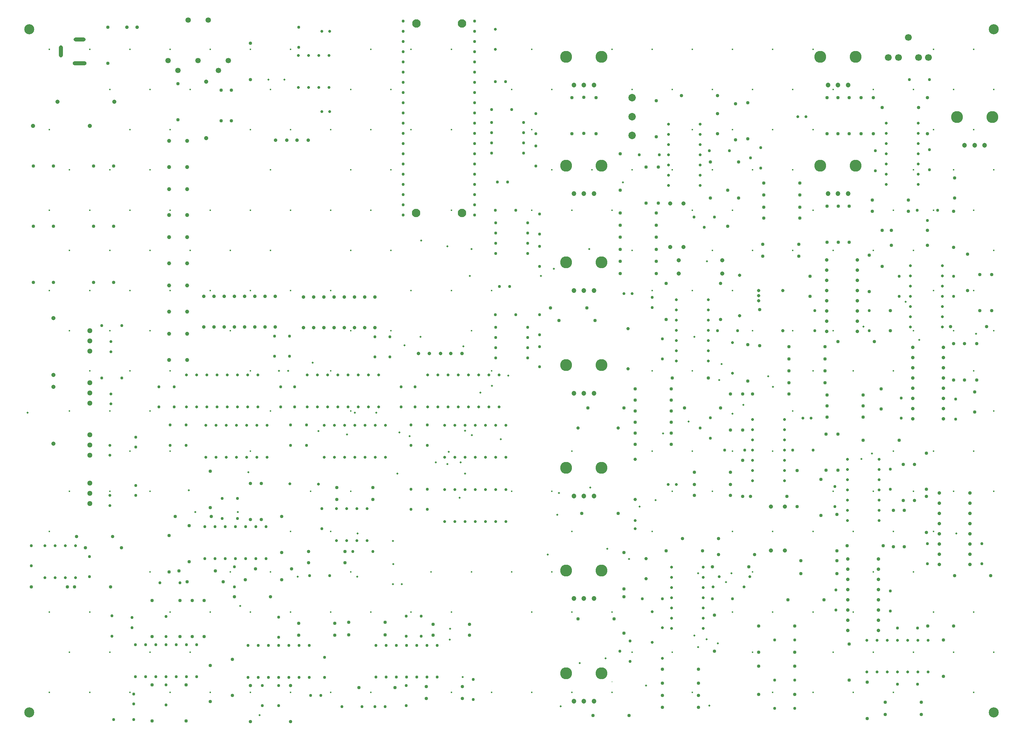
<source format=gbr>
%TF.GenerationSoftware,Altium Limited,Altium Designer,24.5.1 (21)*%
G04 Layer_Color=0*
%FSLAX45Y45*%
%MOMM*%
%TF.SameCoordinates,8E29BE87-1CC9-43BB-A625-A17C5A0C5C18*%
%TF.FilePolarity,Positive*%
%TF.FileFunction,Plated,1,2,PTH,Drill*%
%TF.Part,Single*%
G01*
G75*
%TA.AperFunction,ComponentDrill*%
%ADD128C,1.20000*%
%ADD129C,2.50000*%
%ADD130C,0.90000*%
%ADD131C,1.05000*%
%ADD132C,0.85000*%
%ADD133C,0.91440*%
%ADD134C,0.75000*%
%ADD135C,0.73000*%
%ADD136C,2.97320*%
%ADD137C,0.73000*%
%ADD138C,0.75000*%
%ADD139C,0.70000*%
%ADD140C,0.85000*%
%ADD141C,0.80000*%
%ADD142C,0.70000*%
%ADD143C,1.85420*%
%ADD144C,0.75900*%
%ADD145C,0.76200*%
%ADD146C,2.10000*%
%ADD147C,1.29000*%
%ADD148O,1.00000X3.00000*%
%ADD149O,3.00000X1.00000*%
%ADD150O,3.50000X1.00000*%
%ADD151C,1.05000*%
%ADD152C,1.35000*%
%ADD153C,0.99000*%
%ADD154C,0.90000*%
%ADD155C,0.76000*%
%ADD156C,0.80000*%
%ADD157C,1.70000*%
%TA.AperFunction,ViaDrill,NotFilled*%
%ADD158C,0.40000*%
%ADD159C,0.50000*%
%ADD160C,0.71120*%
%ADD161C,0.30000*%
D128*
X20875000Y16114999D02*
D03*
X20624998D02*
D03*
X20375002D02*
D03*
X14050000Y13408334D02*
D03*
X14300002D02*
D03*
X14549998D02*
D03*
X14050000Y16114999D02*
D03*
X14300002D02*
D03*
X14549998D02*
D03*
X14050000Y11001665D02*
D03*
X14300002D02*
D03*
X14549998D02*
D03*
X14050000Y8445002D02*
D03*
X14300002D02*
D03*
X14549998D02*
D03*
X14050000Y5888335D02*
D03*
X14300002D02*
D03*
X14549998D02*
D03*
X14050000Y3331667D02*
D03*
X14300002D02*
D03*
X14549998D02*
D03*
X14050000Y775000D02*
D03*
X14300002D02*
D03*
X14549998D02*
D03*
X20375002Y13408334D02*
D03*
X20624998D02*
D03*
X20875000D02*
D03*
X23774998Y14614996D02*
D03*
X24025002D02*
D03*
X24274998D02*
D03*
D129*
X24500002Y499999D02*
D03*
Y17500002D02*
D03*
X499999Y499999D02*
D03*
Y17500002D02*
D03*
D130*
X7316998Y10075001D02*
D03*
X7570998D02*
D03*
X7824998D02*
D03*
X8078998D02*
D03*
X8332998D02*
D03*
X8586998D02*
D03*
X8840998D02*
D03*
X9094998D02*
D03*
X7316998Y10837001D02*
D03*
X7570998D02*
D03*
X7824998D02*
D03*
X8078998D02*
D03*
X8332998D02*
D03*
X8586998D02*
D03*
X8840998D02*
D03*
X9094998D02*
D03*
X4836003Y10094001D02*
D03*
X5090003D02*
D03*
X5344003D02*
D03*
X5598003D02*
D03*
X5852003D02*
D03*
X6106003D02*
D03*
X6360003D02*
D03*
X6614003D02*
D03*
X4836003Y10856001D02*
D03*
X5090003D02*
D03*
X5344003D02*
D03*
X5598003D02*
D03*
X5852003D02*
D03*
X6106003D02*
D03*
X6360003D02*
D03*
X6614003D02*
D03*
D131*
X1099998Y8899997D02*
D03*
Y10309997D02*
D03*
X19300002Y4531203D02*
D03*
Y5618800D02*
D03*
X18950000D02*
D03*
Y4531203D02*
D03*
X1099998Y8599998D02*
D03*
Y7189998D02*
D03*
X4900000Y16199998D02*
D03*
Y14789998D02*
D03*
X16774998Y12081200D02*
D03*
Y13168803D02*
D03*
X16450000D02*
D03*
Y12081200D02*
D03*
D132*
X18750002Y12149999D02*
D03*
X19649998D02*
D03*
X18750002Y11849999D02*
D03*
X19649998D02*
D03*
X17500002Y4125001D02*
D03*
X18399998D02*
D03*
X19400002Y8699998D02*
D03*
X20300000D02*
D03*
X19400002Y9000002D02*
D03*
X20300000D02*
D03*
Y9300002D02*
D03*
X19400002D02*
D03*
Y9600001D02*
D03*
X20300000D02*
D03*
X19349998Y5875000D02*
D03*
X18450002D02*
D03*
X17700000Y8075000D02*
D03*
X16800002D02*
D03*
X4425000Y3750000D02*
D03*
X5324998D02*
D03*
X6774998Y3800003D02*
D03*
X5875000D02*
D03*
X4125001Y5375001D02*
D03*
X5024999D02*
D03*
X9050000Y5799999D02*
D03*
X8150001D02*
D03*
Y6100003D02*
D03*
X9050000D02*
D03*
X7449998Y4500001D02*
D03*
X8350001D02*
D03*
X5124999Y4025001D02*
D03*
X4225000D02*
D03*
X6125002Y4074998D02*
D03*
X7025000D02*
D03*
X8350001Y4225000D02*
D03*
X7449998D02*
D03*
X5599999Y3375000D02*
D03*
X6500002D02*
D03*
X7200001Y2420000D02*
D03*
X8099999D02*
D03*
X11450000D02*
D03*
X10550002D02*
D03*
Y2695001D02*
D03*
X11450000D02*
D03*
X9349999Y2740000D02*
D03*
X8450001D02*
D03*
Y2429998D02*
D03*
X9349999D02*
D03*
X8099999Y2720000D02*
D03*
X7200001D02*
D03*
X8700003Y1119998D02*
D03*
X9600001D02*
D03*
X10375001Y845002D02*
D03*
X11274999D02*
D03*
Y1145002D02*
D03*
X10375001D02*
D03*
X1099998Y14100002D02*
D03*
X599999D02*
D03*
X2100001D02*
D03*
X2600000D02*
D03*
X1099998Y12600000D02*
D03*
X599999D02*
D03*
X2100001D02*
D03*
X2600000D02*
D03*
X1099998Y11199998D02*
D03*
X599999D02*
D03*
X2100001D02*
D03*
X2600000D02*
D03*
X15575002Y8550001D02*
D03*
X16474998D02*
D03*
X15575002Y8275000D02*
D03*
X16474998D02*
D03*
X15575002Y7999999D02*
D03*
X16474998D02*
D03*
Y7724999D02*
D03*
X15575002D02*
D03*
X16725002Y15850002D02*
D03*
X17624998D02*
D03*
X15575002Y7450003D02*
D03*
X16474998D02*
D03*
Y7175002D02*
D03*
X15575002D02*
D03*
X17400002Y8825001D02*
D03*
X16499997D02*
D03*
X16100003Y12924998D02*
D03*
X15200000D02*
D03*
X16100003Y12624999D02*
D03*
X15200000D02*
D03*
X16100003Y12324999D02*
D03*
X15200000D02*
D03*
X16100003Y12025000D02*
D03*
X15200000D02*
D03*
X16100003Y11725001D02*
D03*
X15200000D02*
D03*
X16100003Y11425001D02*
D03*
X15200000D02*
D03*
X18499998Y8425002D02*
D03*
X19400002D02*
D03*
X14370000Y10570002D02*
D03*
X13470001D02*
D03*
X544998Y3625002D02*
D03*
X1445001D02*
D03*
X2520000D02*
D03*
X1620002D02*
D03*
X17049998Y6474998D02*
D03*
X17950002D02*
D03*
X2569997Y4875002D02*
D03*
X1669999D02*
D03*
X2795001Y4600001D02*
D03*
X1894997D02*
D03*
X13679997Y10250002D02*
D03*
X14580000D02*
D03*
X17049998Y6174999D02*
D03*
X17950002D02*
D03*
X17049998Y5899998D02*
D03*
X17950002D02*
D03*
X18550002Y4425000D02*
D03*
X17649998D02*
D03*
X17650003Y4824999D02*
D03*
X16750000D02*
D03*
X16350000Y4525000D02*
D03*
X17249998D02*
D03*
X14400002Y8075000D02*
D03*
X15300000D02*
D03*
X16250002Y1225001D02*
D03*
X17149998D02*
D03*
X14249998Y5450002D02*
D03*
X15150003D02*
D03*
X16250002Y1574998D02*
D03*
X17149998D02*
D03*
X16250002Y925002D02*
D03*
X17149998D02*
D03*
X16250002Y625003D02*
D03*
X17149998D02*
D03*
X14150000Y2824998D02*
D03*
X15049998D02*
D03*
X14525000Y425003D02*
D03*
X15424998D02*
D03*
X20624998Y9725000D02*
D03*
X21525002D02*
D03*
X24325002Y10100000D02*
D03*
X23424998D02*
D03*
X20349997Y7850002D02*
D03*
X21250002D02*
D03*
X20349997Y8399998D02*
D03*
X21250002D02*
D03*
Y7275002D02*
D03*
X22149998D02*
D03*
X20349997Y8124998D02*
D03*
X21250002D02*
D03*
X21725002Y15550002D02*
D03*
X22624998D02*
D03*
X19675003Y13674998D02*
D03*
X18774998D02*
D03*
X19675003Y13375000D02*
D03*
X18774998D02*
D03*
X19700002Y4274998D02*
D03*
X20599998D02*
D03*
X19675003Y13075002D02*
D03*
X18774998D02*
D03*
X21750000Y4649998D02*
D03*
X20850002D02*
D03*
X19700002Y3950000D02*
D03*
X20599998D02*
D03*
X19675003Y12800000D02*
D03*
X18774998D02*
D03*
X21949998Y12125000D02*
D03*
X22850003D02*
D03*
X19374998Y3299998D02*
D03*
X20275002D02*
D03*
X21474998Y13250002D02*
D03*
X22375002D02*
D03*
Y12975002D02*
D03*
X21474998D02*
D03*
X22850003Y12500000D02*
D03*
X21949998D02*
D03*
X19549998Y2650002D02*
D03*
X18650002D02*
D03*
X24425002Y3900002D02*
D03*
X23525002D02*
D03*
X19549998Y2000001D02*
D03*
X18650002D02*
D03*
X19549998Y1649999D02*
D03*
X18650002D02*
D03*
X19549998Y950001D02*
D03*
X18650002D02*
D03*
X21800002Y450002D02*
D03*
X22700000D02*
D03*
X21800002Y750001D02*
D03*
X22700000D02*
D03*
X23499998Y2649997D02*
D03*
X22860001D02*
D03*
D133*
X11265002Y9434998D02*
D03*
X10985602Y9434982D02*
D03*
X10731602D02*
D03*
X10452202D02*
D03*
X10185502D02*
D03*
X6626850Y14743288D02*
D03*
X6906250Y14743303D02*
D03*
X7160250D02*
D03*
X7439650D02*
D03*
D134*
X22100002Y1199998D02*
D03*
X22600002D02*
D03*
X2300000Y10124999D02*
D03*
X2799999D02*
D03*
X18000000Y3325002D02*
D03*
X17500002D02*
D03*
X16250002D02*
D03*
X15750002D02*
D03*
X20000002Y7025000D02*
D03*
X19500002D02*
D03*
X18299998D02*
D03*
X17800000D02*
D03*
X17624998Y10000000D02*
D03*
X18124998D02*
D03*
X7975001Y3900002D02*
D03*
X7475002D02*
D03*
X9050000Y4500001D02*
D03*
X8550001D02*
D03*
X4249999Y3725001D02*
D03*
X3750000D02*
D03*
X9100002Y645003D02*
D03*
X9349999D02*
D03*
X8275000D02*
D03*
X8774999D02*
D03*
X2600000Y319999D02*
D03*
X3099999D02*
D03*
X7750002Y919998D02*
D03*
X7500000D02*
D03*
X2799999Y8825001D02*
D03*
X2300000D02*
D03*
X12349998Y16199998D02*
D03*
X12100001D02*
D03*
Y10400000D02*
D03*
X12600000D02*
D03*
X12100001Y12999998D02*
D03*
X12600000D02*
D03*
X12400001Y13699998D02*
D03*
X12149999D02*
D03*
X12000001Y15499998D02*
D03*
X12500000D02*
D03*
X12449998Y11099998D02*
D03*
X12200001D02*
D03*
X17424998Y14475003D02*
D03*
X17924998D02*
D03*
X15675000Y14375003D02*
D03*
X16174998D02*
D03*
X17549998Y12824998D02*
D03*
X17295998Y12570998D02*
D03*
X17041998Y12824998D02*
D03*
X23104002Y12996500D02*
D03*
X22850003Y12742499D02*
D03*
X22596004Y12996500D02*
D03*
X19050000Y2300000D02*
D03*
X19549998D02*
D03*
X22100002Y2600000D02*
D03*
X22600002D02*
D03*
X19050000Y1300002D02*
D03*
X19549998D02*
D03*
X19050000Y599999D02*
D03*
X19549998D02*
D03*
X22400002Y16250002D02*
D03*
X22900000D02*
D03*
D135*
X4888001Y7647000D02*
D03*
X5142001D02*
D03*
X5396001D02*
D03*
X5650001D02*
D03*
X5904001D02*
D03*
X6158001D02*
D03*
X6412001D02*
D03*
Y6853001D02*
D03*
X6158001D02*
D03*
X5904001D02*
D03*
X5650001D02*
D03*
X5396001D02*
D03*
X5142001D02*
D03*
X4888001D02*
D03*
X8144002Y5572003D02*
D03*
X8398002D02*
D03*
X8652002D02*
D03*
X8906002D02*
D03*
Y4777999D02*
D03*
X8652002D02*
D03*
X8398002D02*
D03*
X8144002D02*
D03*
X10838002Y6046998D02*
D03*
X11092002D02*
D03*
X11346002D02*
D03*
X11600002D02*
D03*
X11854002D02*
D03*
X12108002D02*
D03*
X12362002D02*
D03*
Y5252999D02*
D03*
X12108002D02*
D03*
X11854002D02*
D03*
X11600002D02*
D03*
X11346002D02*
D03*
X11092002D02*
D03*
X10838002D02*
D03*
X10410998Y8103001D02*
D03*
X10664998D02*
D03*
X10918998D02*
D03*
X11172998D02*
D03*
X11426998D02*
D03*
X11680998D02*
D03*
X11934998D02*
D03*
X12188998D02*
D03*
Y8897000D02*
D03*
X11934998D02*
D03*
X11680998D02*
D03*
X11426998D02*
D03*
X11172998D02*
D03*
X10918998D02*
D03*
X10664998D02*
D03*
X10410998D02*
D03*
X4411000Y8103001D02*
D03*
X4665000D02*
D03*
X4919000D02*
D03*
X5173000D02*
D03*
X5427000D02*
D03*
X5681000D02*
D03*
X5935000D02*
D03*
X6189000D02*
D03*
Y8897000D02*
D03*
X5935000D02*
D03*
X5681000D02*
D03*
X5427000D02*
D03*
X5173000D02*
D03*
X4919000D02*
D03*
X4665000D02*
D03*
X4411000D02*
D03*
X7194001Y16052998D02*
D03*
X7448001D02*
D03*
X7702001D02*
D03*
X7956001D02*
D03*
Y16847002D02*
D03*
X7702001D02*
D03*
X7448001D02*
D03*
X7194001D02*
D03*
X7410999Y8103001D02*
D03*
X7664999D02*
D03*
X7918999D02*
D03*
X8172999D02*
D03*
X8426999D02*
D03*
X8680999D02*
D03*
X8934999D02*
D03*
X9188999D02*
D03*
Y8897000D02*
D03*
X8934999D02*
D03*
X8680999D02*
D03*
X8426999D02*
D03*
X8172999D02*
D03*
X7918999D02*
D03*
X7664999D02*
D03*
X7410999D02*
D03*
X889000Y3853002D02*
D03*
X1143000D02*
D03*
X1397000D02*
D03*
X1651000D02*
D03*
Y4647001D02*
D03*
X1397000D02*
D03*
X1143000D02*
D03*
X889000D02*
D03*
X21338002Y1502999D02*
D03*
X21592001D02*
D03*
X21846002D02*
D03*
X22100002D02*
D03*
X22354002D02*
D03*
X22608002D02*
D03*
X22862003D02*
D03*
Y2296998D02*
D03*
X22608002D02*
D03*
X22354002D02*
D03*
X22100002D02*
D03*
X21846002D02*
D03*
X21592001D02*
D03*
X21338002D02*
D03*
X7837998Y6853001D02*
D03*
X8091998D02*
D03*
X8345998D02*
D03*
X8599998D02*
D03*
X8853998D02*
D03*
X9107998D02*
D03*
X9361998D02*
D03*
Y7647000D02*
D03*
X9107998D02*
D03*
X8853998D02*
D03*
X8599998D02*
D03*
X8345998D02*
D03*
X8091998D02*
D03*
X7837998D02*
D03*
X10838002Y6853001D02*
D03*
X11092002D02*
D03*
X11346002D02*
D03*
X11600002D02*
D03*
X11854002D02*
D03*
X12108002D02*
D03*
X12362002D02*
D03*
Y7647000D02*
D03*
X12108002D02*
D03*
X11854002D02*
D03*
X11600002D02*
D03*
X11346002D02*
D03*
X11092002D02*
D03*
X10838002D02*
D03*
D136*
X21065002Y16814998D02*
D03*
X20184999D02*
D03*
X13859998Y14108333D02*
D03*
X14740001D02*
D03*
X13859998Y16814998D02*
D03*
X14740001D02*
D03*
X13859998Y11701668D02*
D03*
X14740001D02*
D03*
X13859998Y9145001D02*
D03*
X14740001D02*
D03*
X13859998Y6588333D02*
D03*
X14740001D02*
D03*
X13859998Y4031666D02*
D03*
X14740001D02*
D03*
X13859998Y1474998D02*
D03*
X14740001D02*
D03*
X20184999Y14108333D02*
D03*
X21065002D02*
D03*
X23585002Y15315001D02*
D03*
X24465001D02*
D03*
D137*
X22622002Y15162003D02*
D03*
Y14908002D02*
D03*
Y14654002D02*
D03*
Y14400002D02*
D03*
Y14146002D02*
D03*
Y13892001D02*
D03*
Y13638002D02*
D03*
X21828003D02*
D03*
Y13892001D02*
D03*
Y14146002D02*
D03*
Y14400002D02*
D03*
Y14654002D02*
D03*
Y14908002D02*
D03*
Y15162003D02*
D03*
X17272000Y4112001D02*
D03*
Y3858001D02*
D03*
Y3604001D02*
D03*
Y3350001D02*
D03*
Y3096001D02*
D03*
Y2842001D02*
D03*
Y2588001D02*
D03*
X16478001D02*
D03*
Y2842001D02*
D03*
Y3096001D02*
D03*
Y3350001D02*
D03*
Y3604001D02*
D03*
Y3858001D02*
D03*
Y4112001D02*
D03*
X19293997Y7787000D02*
D03*
Y7533000D02*
D03*
Y7279000D02*
D03*
Y7025000D02*
D03*
Y6771000D02*
D03*
Y6517000D02*
D03*
Y6263000D02*
D03*
X18499998D02*
D03*
Y6517000D02*
D03*
Y6771000D02*
D03*
Y7025000D02*
D03*
Y7279000D02*
D03*
Y7533000D02*
D03*
Y7787000D02*
D03*
X16603000Y9246001D02*
D03*
Y9500001D02*
D03*
Y9754001D02*
D03*
Y10008001D02*
D03*
Y10262001D02*
D03*
Y10516001D02*
D03*
Y10770001D02*
D03*
X17396999D02*
D03*
Y10516001D02*
D03*
Y10262001D02*
D03*
Y10008001D02*
D03*
Y9754001D02*
D03*
Y9500001D02*
D03*
Y9246001D02*
D03*
X16403000Y15137003D02*
D03*
Y14883003D02*
D03*
Y14629002D02*
D03*
Y14375003D02*
D03*
Y14121004D02*
D03*
Y13867003D02*
D03*
Y13613004D02*
D03*
X17196999D02*
D03*
Y13867003D02*
D03*
Y14121004D02*
D03*
Y14375003D02*
D03*
Y14629002D02*
D03*
Y14883003D02*
D03*
Y15137003D02*
D03*
X22428001Y11612001D02*
D03*
Y11358001D02*
D03*
Y11104001D02*
D03*
Y10850001D02*
D03*
Y10596001D02*
D03*
Y10342001D02*
D03*
Y10088001D02*
D03*
X23222002D02*
D03*
Y10342001D02*
D03*
Y10596001D02*
D03*
Y10850001D02*
D03*
Y11104001D02*
D03*
Y11358001D02*
D03*
Y11612001D02*
D03*
X20856001Y6799001D02*
D03*
Y6545001D02*
D03*
Y6291001D02*
D03*
Y6037001D02*
D03*
Y5783001D02*
D03*
Y5529001D02*
D03*
Y5275001D02*
D03*
X21650000D02*
D03*
Y5529001D02*
D03*
Y5783001D02*
D03*
Y6037001D02*
D03*
Y6291001D02*
D03*
Y6545001D02*
D03*
Y6799001D02*
D03*
D138*
X22900000Y14000002D02*
D03*
Y14500002D02*
D03*
X21550000Y14474998D02*
D03*
Y13974998D02*
D03*
X17446498Y7829001D02*
D03*
X17192497Y7575001D02*
D03*
X17446498Y7321001D02*
D03*
X15999998Y10575000D02*
D03*
Y10825002D02*
D03*
X16250002Y9300002D02*
D03*
Y9800001D02*
D03*
X18696498Y14554002D02*
D03*
X18442497Y14300002D02*
D03*
X18696498Y14046002D02*
D03*
X5599999Y3625002D02*
D03*
Y4125001D02*
D03*
X5300000Y5324998D02*
D03*
Y5825002D02*
D03*
X5675000Y5324998D02*
D03*
Y5825002D02*
D03*
X7775001Y5075001D02*
D03*
Y5575000D02*
D03*
X2550003Y2400000D02*
D03*
Y2899999D02*
D03*
X7850002Y1869999D02*
D03*
Y1370000D02*
D03*
X6700002Y2369998D02*
D03*
Y2870002D02*
D03*
X9875002Y2395002D02*
D03*
Y2895001D02*
D03*
X10250002D02*
D03*
Y2395002D02*
D03*
X3900002Y2384999D02*
D03*
Y2884998D02*
D03*
X3050002Y2859999D02*
D03*
Y2610002D02*
D03*
X9875002Y1170000D02*
D03*
Y670001D02*
D03*
X11550000Y1320002D02*
D03*
Y819998D02*
D03*
X3099999Y710001D02*
D03*
Y959998D02*
D03*
X3900002Y1185001D02*
D03*
Y685002D02*
D03*
X6299998Y670001D02*
D03*
Y1170000D02*
D03*
X6700002D02*
D03*
Y670001D02*
D03*
X10000000Y6050001D02*
D03*
Y5550002D02*
D03*
X10400000D02*
D03*
Y6050001D02*
D03*
X10100000Y8099999D02*
D03*
Y8599998D02*
D03*
X9749998Y8099999D02*
D03*
Y8599998D02*
D03*
X3725001Y8099999D02*
D03*
Y8599998D02*
D03*
X4100002D02*
D03*
Y8099999D02*
D03*
X3150001Y7100001D02*
D03*
Y7349998D02*
D03*
Y5899998D02*
D03*
Y6150000D02*
D03*
X7200001Y17049998D02*
D03*
Y17549998D02*
D03*
X4000002Y7149998D02*
D03*
Y7649997D02*
D03*
X9100002Y9349999D02*
D03*
Y9849998D02*
D03*
X9475003D02*
D03*
Y9349999D02*
D03*
X6749999Y8099999D02*
D03*
Y8599998D02*
D03*
X13099998Y15400000D02*
D03*
Y14900002D02*
D03*
Y14600002D02*
D03*
Y14100002D02*
D03*
X13199998Y12900000D02*
D03*
Y12400001D02*
D03*
Y12100001D02*
D03*
Y11600002D02*
D03*
Y10400000D02*
D03*
Y9900001D02*
D03*
Y9600001D02*
D03*
Y9100002D02*
D03*
X7100001Y8099999D02*
D03*
Y8599998D02*
D03*
X6975003Y9862500D02*
D03*
Y9362501D02*
D03*
X6598427D02*
D03*
Y9862500D02*
D03*
X544998Y4149999D02*
D03*
Y4649998D02*
D03*
X1994997Y4375003D02*
D03*
Y3874999D02*
D03*
X15446503Y1771000D02*
D03*
X15192502Y2025000D02*
D03*
X15446503Y2279000D02*
D03*
X21399998Y10000000D02*
D03*
Y10499999D02*
D03*
X23550002Y7800000D02*
D03*
Y8299999D02*
D03*
X23499998Y10850001D02*
D03*
Y11350000D02*
D03*
X22149998D02*
D03*
Y10850001D02*
D03*
X20049998Y10000000D02*
D03*
Y10499999D02*
D03*
X22200002Y7824998D02*
D03*
Y8325002D02*
D03*
X21925002Y6050001D02*
D03*
Y6550000D02*
D03*
X20550002Y5624998D02*
D03*
Y6125002D02*
D03*
X21925002Y3525002D02*
D03*
Y3024998D02*
D03*
X20575002Y3550001D02*
D03*
Y3050002D02*
D03*
X24200002Y4200002D02*
D03*
Y4700001D02*
D03*
X22850003Y4200002D02*
D03*
Y4700001D02*
D03*
X4400001Y7649997D02*
D03*
Y7149998D02*
D03*
X7000001Y7649997D02*
D03*
Y7149998D02*
D03*
X7400000Y7649997D02*
D03*
Y7149998D02*
D03*
X10000000D02*
D03*
Y7649997D02*
D03*
X10400000D02*
D03*
Y7149998D02*
D03*
D139*
X18281299Y3625002D02*
D03*
X17518700D02*
D03*
X16399998Y6174999D02*
D03*
X16600002D02*
D03*
X7775001Y15450002D02*
D03*
X7975001D02*
D03*
Y17449998D02*
D03*
X7775001D02*
D03*
X15300000Y10925002D02*
D03*
X15499998D02*
D03*
X18431302Y3875004D02*
D03*
X17668703D02*
D03*
X19949998Y7824998D02*
D03*
X19749998D02*
D03*
X19825000Y15324998D02*
D03*
X19625000D02*
D03*
D140*
X17549998Y2025000D02*
D03*
Y2925003D02*
D03*
X18250002Y8425002D02*
D03*
Y7524999D02*
D03*
X17950002D02*
D03*
Y8425002D02*
D03*
X19609999Y6520002D02*
D03*
Y5619999D02*
D03*
X18250002Y5875000D02*
D03*
Y6775003D02*
D03*
X18674998Y9625000D02*
D03*
Y10525003D02*
D03*
X18375000Y9650004D02*
D03*
Y8750000D02*
D03*
X18150002Y14200002D02*
D03*
Y13299998D02*
D03*
X5999998Y5300000D02*
D03*
Y6199998D02*
D03*
X6274999D02*
D03*
Y5300000D02*
D03*
X5000000Y5599999D02*
D03*
Y6500002D02*
D03*
X6774998Y5375001D02*
D03*
Y4475002D02*
D03*
X3974998Y4900000D02*
D03*
Y4000002D02*
D03*
X4475002Y5150002D02*
D03*
Y4249999D02*
D03*
X5550002Y919998D02*
D03*
Y1820001D02*
D03*
X4849998Y3285002D02*
D03*
Y2384999D02*
D03*
X3550001Y3285002D02*
D03*
Y2384999D02*
D03*
X4549999D02*
D03*
Y3285002D02*
D03*
X4249999D02*
D03*
Y2384999D02*
D03*
X5000000Y1669999D02*
D03*
Y770001D02*
D03*
X3550001Y284998D02*
D03*
Y1185001D02*
D03*
X4400001D02*
D03*
Y284998D02*
D03*
X5999998Y1170000D02*
D03*
Y270002D02*
D03*
X7000001D02*
D03*
Y1170000D02*
D03*
X14000002Y15799998D02*
D03*
Y14900002D02*
D03*
X2449998Y16650000D02*
D03*
Y17549998D02*
D03*
X5272999Y15981000D02*
D03*
X5526999D02*
D03*
Y15218999D02*
D03*
X5272999D02*
D03*
X4200002Y16150002D02*
D03*
Y15250003D02*
D03*
X5999998Y16250002D02*
D03*
Y17149998D02*
D03*
X15200000Y13499998D02*
D03*
Y14400002D02*
D03*
X14600002Y15799998D02*
D03*
Y14900002D02*
D03*
X14300002Y15808543D02*
D03*
Y14908540D02*
D03*
X17624998Y14900002D02*
D03*
Y15400000D02*
D03*
X16099998Y15725003D02*
D03*
Y14825000D02*
D03*
X18075002Y15650002D02*
D03*
Y14749998D02*
D03*
X18375000Y14775002D02*
D03*
Y15675000D02*
D03*
X15850002Y14074998D02*
D03*
Y13175000D02*
D03*
X16350000Y11174999D02*
D03*
Y10275001D02*
D03*
X16150002Y13175000D02*
D03*
Y14074998D02*
D03*
X17449998Y14200002D02*
D03*
Y13299998D02*
D03*
X17700000Y10275001D02*
D03*
Y11174999D02*
D03*
X17875002Y12600000D02*
D03*
Y13499998D02*
D03*
X15300000Y3375000D02*
D03*
Y2475001D02*
D03*
Y4475002D02*
D03*
Y3574999D02*
D03*
X21399998Y10975000D02*
D03*
Y11874998D02*
D03*
X21725002Y11600002D02*
D03*
Y12500000D02*
D03*
X21925002Y10000000D02*
D03*
Y10499999D02*
D03*
X23850002Y11900002D02*
D03*
Y10999998D02*
D03*
X20630002Y12200001D02*
D03*
Y13099998D02*
D03*
X24150000Y10499999D02*
D03*
Y11400003D02*
D03*
X24449998Y10499999D02*
D03*
Y11400003D02*
D03*
X19925000Y11350000D02*
D03*
Y10850001D02*
D03*
X21700002Y8050002D02*
D03*
Y8550001D02*
D03*
X24074998Y9675002D02*
D03*
Y8774999D02*
D03*
X20350002Y13099998D02*
D03*
Y12200001D02*
D03*
Y14900002D02*
D03*
Y15799998D02*
D03*
X20899998Y13099998D02*
D03*
Y12200001D02*
D03*
X23499998Y8774999D02*
D03*
Y9675002D02*
D03*
X20324998Y7424999D02*
D03*
Y6525001D02*
D03*
X23774998Y8774999D02*
D03*
Y9675002D02*
D03*
X20899998Y15799998D02*
D03*
Y14900002D02*
D03*
X24025002Y7975001D02*
D03*
Y8475000D02*
D03*
X20624998Y15799998D02*
D03*
Y14900002D02*
D03*
Y6525001D02*
D03*
Y7424999D02*
D03*
X20200000Y6300003D02*
D03*
Y5399999D02*
D03*
X21499998Y15799998D02*
D03*
Y14900002D02*
D03*
X22850003Y15799998D02*
D03*
Y14900002D02*
D03*
X22249998Y5775000D02*
D03*
Y6674998D02*
D03*
X22000002Y4625000D02*
D03*
Y5524998D02*
D03*
X20599998Y5424998D02*
D03*
Y4525000D02*
D03*
X22524998Y5775000D02*
D03*
Y6674998D02*
D03*
X22274997Y4625000D02*
D03*
Y5524998D02*
D03*
X21199998Y14900002D02*
D03*
Y15799998D02*
D03*
X23525002Y13799998D02*
D03*
Y13299998D02*
D03*
X23499998Y12075003D02*
D03*
Y12975002D02*
D03*
X22824998Y6949999D02*
D03*
Y6050001D02*
D03*
Y4975001D02*
D03*
Y5875000D02*
D03*
X20899998Y2200001D02*
D03*
Y1299997D02*
D03*
X21350000Y1250000D02*
D03*
Y350002D02*
D03*
X23250002Y2300000D02*
D03*
Y1399997D02*
D03*
D141*
X18175000Y11374999D02*
D03*
Y10375001D02*
D03*
X19250000Y10999998D02*
D03*
Y10000000D02*
D03*
X18650002Y10748000D02*
D03*
Y10875000D02*
D03*
Y11002000D02*
D03*
X15400000Y10050003D02*
D03*
Y9050000D02*
D03*
X15575002Y5799999D02*
D03*
Y6800002D02*
D03*
X15850002Y3825001D02*
D03*
Y4325000D02*
D03*
D142*
X18000000Y9706300D02*
D03*
Y8943701D02*
D03*
X12100001Y17000002D02*
D03*
Y17500002D02*
D03*
X2500000Y7149998D02*
D03*
Y6900001D02*
D03*
X2524999Y8175000D02*
D03*
Y8425002D02*
D03*
Y9475003D02*
D03*
Y9725000D02*
D03*
X2500000Y5899998D02*
D03*
Y5650001D02*
D03*
X15575002Y5275001D02*
D03*
Y5075001D02*
D03*
X15999998Y2243699D02*
D03*
Y3006298D02*
D03*
X16250002Y1843700D02*
D03*
Y2606299D02*
D03*
D143*
X15499998Y15794899D02*
D03*
Y15324998D02*
D03*
Y14855099D02*
D03*
D144*
X6386998Y4328099D02*
D03*
X6132998D02*
D03*
X5878998D02*
D03*
X5624998D02*
D03*
X5370998D02*
D03*
X5116998D02*
D03*
X4862998D02*
D03*
Y5121900D02*
D03*
X5116998D02*
D03*
X5370998D02*
D03*
X5624998D02*
D03*
X5878998D02*
D03*
X6132998D02*
D03*
X6386998D02*
D03*
X5938002Y2166899D02*
D03*
X6192002D02*
D03*
X6446002D02*
D03*
X6700002D02*
D03*
X6954002D02*
D03*
X7208002D02*
D03*
X7462002D02*
D03*
Y1373099D02*
D03*
X7208002D02*
D03*
X6954002D02*
D03*
X6700002D02*
D03*
X6446002D02*
D03*
X6192002D02*
D03*
X5938002D02*
D03*
X9121003Y2169998D02*
D03*
X9375003D02*
D03*
X9629003D02*
D03*
X9883003D02*
D03*
X10137003D02*
D03*
X10391003D02*
D03*
X10645003D02*
D03*
Y1376202D02*
D03*
X10391003D02*
D03*
X10137003D02*
D03*
X9883003D02*
D03*
X9629003D02*
D03*
X9375003D02*
D03*
X9121003D02*
D03*
X3138002Y2181901D02*
D03*
X3392002D02*
D03*
X3646002D02*
D03*
X3900002D02*
D03*
X4154002D02*
D03*
X4408002D02*
D03*
X4662002D02*
D03*
Y1388100D02*
D03*
X4408002D02*
D03*
X4154002D02*
D03*
X3900002D02*
D03*
X3646002D02*
D03*
X3392002D02*
D03*
X3138002D02*
D03*
D145*
X11582959Y17703400D02*
D03*
Y17449399D02*
D03*
Y17195399D02*
D03*
Y16941399D02*
D03*
Y16687399D02*
D03*
Y16433398D02*
D03*
Y16179399D02*
D03*
Y15925398D02*
D03*
Y15671399D02*
D03*
Y15417400D02*
D03*
Y15163399D02*
D03*
Y14909399D02*
D03*
Y14655399D02*
D03*
Y14401399D02*
D03*
Y14147398D02*
D03*
Y13893399D02*
D03*
Y13639400D02*
D03*
Y13385399D02*
D03*
Y13131400D02*
D03*
Y12877399D02*
D03*
X9804959D02*
D03*
Y13131400D02*
D03*
Y13385399D02*
D03*
Y13639400D02*
D03*
Y13893399D02*
D03*
Y14147398D02*
D03*
Y14401399D02*
D03*
Y14655399D02*
D03*
Y14909399D02*
D03*
Y15163399D02*
D03*
Y15417400D02*
D03*
Y15671399D02*
D03*
Y15925398D02*
D03*
Y16179399D02*
D03*
Y16433398D02*
D03*
Y16687399D02*
D03*
Y16941399D02*
D03*
Y17195399D02*
D03*
Y17449399D02*
D03*
Y17703400D02*
D03*
D146*
X11265002Y17647519D02*
D03*
X10124999Y12924998D02*
D03*
X10130079Y17647519D02*
D03*
X11265002Y12925659D02*
D03*
D147*
X2000001Y5699999D02*
D03*
Y5953999D02*
D03*
Y6207999D02*
D03*
Y8191998D02*
D03*
Y8445998D02*
D03*
Y8699998D02*
D03*
Y6900001D02*
D03*
Y7154001D02*
D03*
Y7408001D02*
D03*
Y9492000D02*
D03*
Y9746000D02*
D03*
Y10000000D02*
D03*
D148*
X1280003Y16949998D02*
D03*
D149*
X1749999Y17249998D02*
D03*
D150*
Y16650000D02*
D03*
D151*
X1199998Y15699998D02*
D03*
X2610002D02*
D03*
X590001Y15100000D02*
D03*
X2000001D02*
D03*
X16656203Y11749999D02*
D03*
X17743800D02*
D03*
Y11425001D02*
D03*
X16656203D02*
D03*
D152*
X4449999Y17725999D02*
D03*
X4949998D02*
D03*
X3949502Y16725002D02*
D03*
X4700001D02*
D03*
X5450500D02*
D03*
X4199499Y16475999D02*
D03*
X5200498D02*
D03*
D153*
X4425000Y11125002D02*
D03*
X3974998D02*
D03*
Y10475001D02*
D03*
X4425000D02*
D03*
Y9924999D02*
D03*
X3974998D02*
D03*
Y9275003D02*
D03*
X4425000D02*
D03*
Y12324999D02*
D03*
X3974998D02*
D03*
Y11674998D02*
D03*
X4425000D02*
D03*
Y14725000D02*
D03*
X3974998D02*
D03*
Y14074998D02*
D03*
X4425000D02*
D03*
Y13525002D02*
D03*
X3974998D02*
D03*
Y12875002D02*
D03*
X4425000D02*
D03*
D154*
X3177002Y17549998D02*
D03*
X2922991D02*
D03*
X20343999Y11764000D02*
D03*
Y11510000D02*
D03*
Y11256000D02*
D03*
Y11002000D02*
D03*
Y10748000D02*
D03*
Y10494000D02*
D03*
Y10240000D02*
D03*
Y9986000D02*
D03*
X21105998Y11764000D02*
D03*
Y11510000D02*
D03*
Y11256000D02*
D03*
Y11002000D02*
D03*
Y10748000D02*
D03*
Y10494000D02*
D03*
Y10240000D02*
D03*
Y9986000D02*
D03*
X22488002Y9582998D02*
D03*
Y9328998D02*
D03*
Y9074998D02*
D03*
Y8820998D02*
D03*
Y8566998D02*
D03*
Y8312998D02*
D03*
Y8058998D02*
D03*
Y7804998D02*
D03*
X23250002Y9582998D02*
D03*
Y9328998D02*
D03*
Y9074998D02*
D03*
Y8820998D02*
D03*
Y8566998D02*
D03*
Y8312998D02*
D03*
Y8058998D02*
D03*
Y7804998D02*
D03*
X20869000Y4314002D02*
D03*
Y4060002D02*
D03*
Y3806002D02*
D03*
Y3552002D02*
D03*
Y3298002D02*
D03*
Y3044002D02*
D03*
Y2790002D02*
D03*
Y2536002D02*
D03*
X21631001Y4314002D02*
D03*
Y4060002D02*
D03*
Y3806002D02*
D03*
Y3552002D02*
D03*
Y3298002D02*
D03*
Y3044002D02*
D03*
Y2790002D02*
D03*
Y2536002D02*
D03*
X23144002Y5964001D02*
D03*
Y5710001D02*
D03*
Y5456001D02*
D03*
Y5202001D02*
D03*
Y4948001D02*
D03*
Y4694001D02*
D03*
Y4440001D02*
D03*
Y4186001D02*
D03*
X23906001Y5964001D02*
D03*
Y5710001D02*
D03*
Y5456001D02*
D03*
Y5202001D02*
D03*
Y4948001D02*
D03*
Y4694001D02*
D03*
Y4440001D02*
D03*
Y4186001D02*
D03*
D155*
X12002999Y15181001D02*
D03*
Y14927000D02*
D03*
Y14673001D02*
D03*
Y14419000D02*
D03*
X12796998D02*
D03*
Y14673001D02*
D03*
Y14927000D02*
D03*
Y15181001D02*
D03*
X12102998Y12681001D02*
D03*
Y12427001D02*
D03*
Y12173001D02*
D03*
Y11919001D02*
D03*
X12897002D02*
D03*
Y12173001D02*
D03*
Y12427001D02*
D03*
Y12681001D02*
D03*
X12102998Y10081001D02*
D03*
Y9827001D02*
D03*
Y9573001D02*
D03*
Y9319001D02*
D03*
X12897002D02*
D03*
Y9573001D02*
D03*
Y9827001D02*
D03*
Y10081001D02*
D03*
D156*
X14150000Y7575001D02*
D03*
X15149998D02*
D03*
D157*
X22375002Y17300002D02*
D03*
X21874998Y16800002D02*
D03*
X22875002D02*
D03*
X22125000D02*
D03*
X22624998D02*
D03*
D158*
X24000002Y17000002D02*
D03*
X24500002Y16000002D02*
D03*
X24000002Y15000000D02*
D03*
X24500002Y14000000D02*
D03*
X24000002Y13000000D02*
D03*
X24500002Y12000000D02*
D03*
X24000002Y11000000D02*
D03*
X24500002Y10000000D02*
D03*
X24000002Y9000000D02*
D03*
X24500002Y8000000D02*
D03*
X24000002Y7000000D02*
D03*
X24500002Y6000000D02*
D03*
X24000002Y3000000D02*
D03*
X24500002Y2000000D02*
D03*
X24000002Y1000000D02*
D03*
X23000002Y17000002D02*
D03*
X23500002Y16000002D02*
D03*
X23000002Y15000000D02*
D03*
X23500002Y14000000D02*
D03*
X23000002Y13000000D02*
D03*
Y11000000D02*
D03*
X23500002Y10000000D02*
D03*
X23000002Y7000000D02*
D03*
X23500002Y6000000D02*
D03*
X23000002Y5000000D02*
D03*
Y3000000D02*
D03*
X23500002Y2000000D02*
D03*
X22500002Y16000002D02*
D03*
Y14000000D02*
D03*
X22000002Y13000000D02*
D03*
X22500002Y12000000D02*
D03*
Y10000000D02*
D03*
X22000002Y9000000D02*
D03*
Y7000000D02*
D03*
X22500002Y6000000D02*
D03*
X22000002Y5000000D02*
D03*
X22500002Y4000000D02*
D03*
Y2000000D02*
D03*
X22000002Y1000000D02*
D03*
X21500002Y16000002D02*
D03*
Y12000000D02*
D03*
X21000002Y9000000D02*
D03*
X21500002Y6000000D02*
D03*
X21000002Y5000000D02*
D03*
X21500002Y4000000D02*
D03*
X21000002Y3000000D02*
D03*
X21500002Y2000000D02*
D03*
X21000002Y1000000D02*
D03*
X20000002Y17000002D02*
D03*
X20500002Y16000002D02*
D03*
X20000002Y15000000D02*
D03*
Y13000000D02*
D03*
X20500002Y12000000D02*
D03*
Y10000000D02*
D03*
X20000002Y9000000D02*
D03*
X20500002Y6000000D02*
D03*
X20000002Y5000000D02*
D03*
Y3000000D02*
D03*
X20500002Y2000000D02*
D03*
X20000002Y1000000D02*
D03*
X19000002Y17000002D02*
D03*
X19500002Y16000002D02*
D03*
X19000002Y15000000D02*
D03*
X19500002Y14000000D02*
D03*
Y12000000D02*
D03*
Y10000000D02*
D03*
Y8000000D02*
D03*
X19000002Y7000000D02*
D03*
Y5000000D02*
D03*
Y3000000D02*
D03*
Y1000000D02*
D03*
X18000002Y17000002D02*
D03*
X18500002Y16000002D02*
D03*
X18000002Y15000000D02*
D03*
X18500002Y14000000D02*
D03*
X18000002Y13000000D02*
D03*
X18500002Y12000000D02*
D03*
X18000002Y11000000D02*
D03*
X18500002Y10000000D02*
D03*
X18000002Y7000000D02*
D03*
Y5000000D02*
D03*
X18500002Y4000000D02*
D03*
X18000002Y3000000D02*
D03*
X18500002Y2000000D02*
D03*
X17000002Y17000002D02*
D03*
X17500002Y16000002D02*
D03*
X17000002Y15000000D02*
D03*
X17500002Y14000000D02*
D03*
X17000002Y13000000D02*
D03*
X17500002Y12000000D02*
D03*
X17000002Y11000000D02*
D03*
Y9000000D02*
D03*
Y7000000D02*
D03*
X17500002Y6000000D02*
D03*
X17000002Y1000000D02*
D03*
X16000002Y17000002D02*
D03*
X16500002Y16000002D02*
D03*
Y14000000D02*
D03*
X16000002Y11000000D02*
D03*
Y9000000D02*
D03*
Y7000000D02*
D03*
X16500002Y6000000D02*
D03*
X16000002Y5000000D02*
D03*
X16500002Y2000000D02*
D03*
X15000000Y17000002D02*
D03*
X15500000Y16000002D02*
D03*
Y14000000D02*
D03*
X15000000Y13000000D02*
D03*
X15500000Y12000000D02*
D03*
X15000000Y3000000D02*
D03*
X15500000Y2000000D02*
D03*
X15000000Y1000000D02*
D03*
X14500000Y14000000D02*
D03*
X14000000Y13000000D02*
D03*
Y7000000D02*
D03*
Y5000000D02*
D03*
Y3000000D02*
D03*
Y1000000D02*
D03*
X13000000Y17000002D02*
D03*
X13500000Y16000002D02*
D03*
X13000000Y15000000D02*
D03*
X13500000Y14000000D02*
D03*
X13000000Y13000000D02*
D03*
X13500000Y6000000D02*
D03*
Y4000000D02*
D03*
X13000000Y3000000D02*
D03*
Y1000000D02*
D03*
X12500000Y16000002D02*
D03*
X12000000Y11000000D02*
D03*
Y9000000D02*
D03*
X12500000Y6000000D02*
D03*
Y4000000D02*
D03*
X12000000Y1000000D02*
D03*
X11000000Y17000002D02*
D03*
Y15000000D02*
D03*
Y13000000D02*
D03*
Y11000000D02*
D03*
X11500000Y10000000D02*
D03*
Y4000000D02*
D03*
X11000000Y3000000D02*
D03*
Y1000000D02*
D03*
X10000000Y17000002D02*
D03*
Y15000000D02*
D03*
Y11000000D02*
D03*
X10500000Y4000000D02*
D03*
X10000000Y3000000D02*
D03*
X9000000Y17000002D02*
D03*
X9500000Y16000002D02*
D03*
X9000000Y15000000D02*
D03*
X9500000Y14000000D02*
D03*
X9000000Y13000000D02*
D03*
X9500000Y12000000D02*
D03*
Y10000000D02*
D03*
X9000000Y3000000D02*
D03*
Y1000000D02*
D03*
X8500000Y16000002D02*
D03*
X8000000Y15000000D02*
D03*
X8500000Y14000000D02*
D03*
X8000000Y13000000D02*
D03*
X8500000Y12000000D02*
D03*
X8000000Y11000000D02*
D03*
X8500000Y10000000D02*
D03*
X8000000Y9000000D02*
D03*
X8500000Y8000000D02*
D03*
Y6000000D02*
D03*
X8000000Y5000000D02*
D03*
X8500000Y4000000D02*
D03*
X8000000Y3000000D02*
D03*
Y1000000D02*
D03*
X7000000Y17000002D02*
D03*
Y15000000D02*
D03*
Y13000000D02*
D03*
Y11000000D02*
D03*
X7500000Y6000000D02*
D03*
X7000000Y5000000D02*
D03*
Y3000000D02*
D03*
Y1000000D02*
D03*
X6000000Y17000002D02*
D03*
X6500000Y16000002D02*
D03*
X6000000Y15000000D02*
D03*
X6500000Y14000000D02*
D03*
X6000000Y13000000D02*
D03*
X6500000Y12000000D02*
D03*
X6000000Y11000000D02*
D03*
Y9000000D02*
D03*
X6500000Y8000000D02*
D03*
X6000000Y7000000D02*
D03*
X6500000Y4000000D02*
D03*
X6000000Y3000000D02*
D03*
Y1000000D02*
D03*
X5000000Y17000002D02*
D03*
Y13000000D02*
D03*
X5500000Y12000000D02*
D03*
X5000000Y11000000D02*
D03*
X5500000Y10000000D02*
D03*
Y4000000D02*
D03*
X5000000Y3000000D02*
D03*
Y1000000D02*
D03*
X4000000Y17000002D02*
D03*
X4500000Y16000002D02*
D03*
X4000000Y15000000D02*
D03*
Y13000000D02*
D03*
X4500000Y12000000D02*
D03*
X4000000Y11000000D02*
D03*
Y9000000D02*
D03*
Y7000000D02*
D03*
Y3000000D02*
D03*
X4500000Y2000000D02*
D03*
X4000000Y1000000D02*
D03*
X3000000Y17000002D02*
D03*
X3500000Y16000002D02*
D03*
X3000000Y15000000D02*
D03*
X3500000Y14000000D02*
D03*
X3000000Y13000000D02*
D03*
X3500000Y12000000D02*
D03*
X3000000Y11000000D02*
D03*
X3500000Y10000000D02*
D03*
X3000000Y9000000D02*
D03*
X3500000Y8000000D02*
D03*
X3000000Y7000000D02*
D03*
X3500000Y6000000D02*
D03*
Y4000000D02*
D03*
Y2000000D02*
D03*
X3000000Y1000000D02*
D03*
X2000000Y17000002D02*
D03*
X2500000Y16000002D02*
D03*
Y14000000D02*
D03*
X2000000Y13000000D02*
D03*
X2500000Y12000000D02*
D03*
X2000000Y11000000D02*
D03*
X2500000Y10000000D02*
D03*
X2000000Y9000000D02*
D03*
X2500000Y8000000D02*
D03*
Y6000000D02*
D03*
X2000000Y3000000D02*
D03*
X2500000Y2000000D02*
D03*
X2000000Y1000000D02*
D03*
X1000000Y17000002D02*
D03*
Y15000000D02*
D03*
X1500000Y14000000D02*
D03*
X1000000Y13000000D02*
D03*
X1500000Y12000000D02*
D03*
X1000000Y11000000D02*
D03*
X1500000Y10000000D02*
D03*
Y8000000D02*
D03*
Y6000000D02*
D03*
X1000000Y5000000D02*
D03*
Y3000000D02*
D03*
X1500000Y2000000D02*
D03*
X1000000Y1000000D02*
D03*
D159*
X7690000Y7500000D02*
D03*
X6710000Y9000000D02*
D03*
X6940000D02*
D03*
X13680000Y5960000D02*
D03*
X17630000Y2220000D02*
D03*
X17139920Y2128520D02*
D03*
X11508740Y7396352D02*
D03*
X9654540Y6441440D02*
D03*
X11230000Y6720000D02*
D03*
X5950000Y6480000D02*
D03*
X7180000Y3880000D02*
D03*
X9770000Y3690000D02*
D03*
X9550000D02*
D03*
X24060001Y9920000D02*
D03*
X22310001Y10720000D02*
D03*
X21260001Y10100000D02*
D03*
X23570000Y4950000D02*
D03*
X21210001Y6810000D02*
D03*
X21470000Y6940000D02*
D03*
X14430000Y12030000D02*
D03*
X17730000Y9166889D02*
D03*
X17670000Y8770000D02*
D03*
X13639999Y5420000D02*
D03*
X10960000Y2310000D02*
D03*
X10970000Y2580000D02*
D03*
X10900000Y6680000D02*
D03*
X11500000Y12030000D02*
D03*
X11460000Y11360000D02*
D03*
X9130000Y7960000D02*
D03*
X8600000D02*
D03*
X8670000Y4950000D02*
D03*
X9550000Y4770000D02*
D03*
X9560000Y4190000D02*
D03*
X8660000Y3880000D02*
D03*
X18270000Y8150000D02*
D03*
X18000000Y7930000D02*
D03*
X13723648Y650000D02*
D03*
X13550000Y11538694D02*
D03*
X13230000Y11360000D02*
D03*
X15850000Y1170000D02*
D03*
X16080000Y5780000D02*
D03*
X15689999Y5620000D02*
D03*
X17360001Y11730000D02*
D03*
X11300000Y9610000D02*
D03*
X12010000Y8630000D02*
D03*
X11721851Y8454186D02*
D03*
X10230002Y9849998D02*
D03*
X9831639Y9634510D02*
D03*
X14880000Y4569998D02*
D03*
X17838577Y3741420D02*
D03*
X18882359Y8862060D02*
D03*
X11206480Y5844540D02*
D03*
X15424998Y4318000D02*
D03*
X12420600Y8877300D02*
D03*
X17139920Y3964940D02*
D03*
X9705340Y7470140D02*
D03*
X10932160Y6985000D02*
D03*
X4465320Y6029960D02*
D03*
X457200Y7957200D02*
D03*
X16271240Y7444740D02*
D03*
X17349998Y2320000D02*
D03*
X10899999Y12100001D02*
D03*
X10250002Y12246000D02*
D03*
X5742940Y3149600D02*
D03*
X14836140Y1844040D02*
D03*
X17049998Y2409998D02*
D03*
X14200002Y1725000D02*
D03*
X17420001Y670001D02*
D03*
X6450000Y16250002D02*
D03*
X6849999D02*
D03*
X17045940Y9845040D02*
D03*
X14457680Y6098540D02*
D03*
X22649181Y9766300D02*
D03*
X4630420Y5486400D02*
D03*
X6228080Y434340D02*
D03*
X11279698Y1380002D02*
D03*
X17975580Y3964940D02*
D03*
X16908780Y7736840D02*
D03*
X15267940Y13693140D02*
D03*
X5689600Y5486400D02*
D03*
X19004280Y8602980D02*
D03*
X13398500Y4428500D02*
D03*
X8400639Y7419360D02*
D03*
X9960610Y7374890D02*
D03*
X10617200Y6718300D02*
D03*
X11343640Y7506579D02*
D03*
X12229998Y7297420D02*
D03*
X11346002Y6441440D02*
D03*
X7549998Y9200002D02*
D03*
D160*
X7690000Y6180000D02*
D03*
X6980000Y6190000D02*
D03*
D161*
X14998700Y1262380D02*
D03*
%TF.MD5,34cc53c7047825fb518a7d7e3832c3ec*%
M02*

</source>
